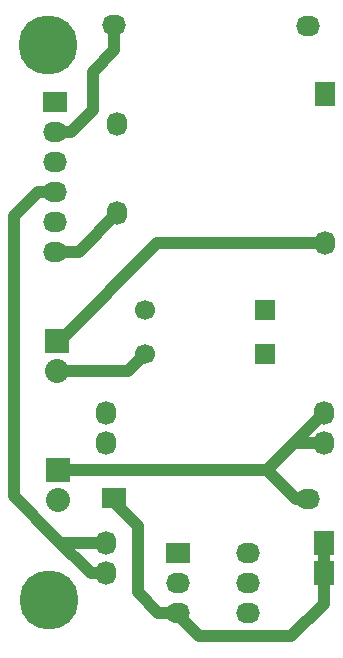
<source format=gbr>
G04 #@! TF.FileFunction,Copper,L1,Top,Signal*
%FSLAX46Y46*%
G04 Gerber Fmt 4.6, Leading zero omitted, Abs format (unit mm)*
G04 Created by KiCad (PCBNEW 4.0.2-stable) date 11.07.2016 23:58:06*
%MOMM*%
G01*
G04 APERTURE LIST*
%ADD10C,0.100000*%
%ADD11C,5.000000*%
%ADD12C,1.699260*%
%ADD13R,1.699260X1.699260*%
%ADD14O,2.032000X1.727200*%
%ADD15R,2.032000X1.727200*%
%ADD16O,1.727200X2.032000*%
%ADD17R,1.727200X2.032000*%
%ADD18R,2.032000X2.032000*%
%ADD19O,2.032000X2.032000*%
%ADD20C,1.000000*%
G04 APERTURE END LIST*
D10*
D11*
X130479800Y-128422400D03*
D12*
X138632680Y-103837740D03*
D13*
X148792680Y-103837740D03*
D12*
X138658080Y-107571540D03*
D13*
X148818080Y-107571540D03*
D14*
X152421200Y-79855600D03*
X136021200Y-79755600D03*
X152421200Y-119855600D03*
D15*
X136021200Y-119815600D03*
D16*
X135337600Y-126159400D03*
X135337600Y-123559400D03*
X135337600Y-112559400D03*
X135337600Y-115159400D03*
X153837600Y-115159400D03*
D17*
X153797600Y-126159400D03*
D16*
X153837600Y-112559400D03*
D17*
X153797600Y-123559400D03*
D16*
X136291600Y-88071800D03*
X136291600Y-95671800D03*
X153891600Y-98171800D03*
D17*
X153851600Y-85571800D03*
D18*
X131267200Y-117424200D03*
D19*
X131267200Y-119964200D03*
D15*
X131038600Y-86233000D03*
D14*
X131038600Y-88773000D03*
X131038600Y-91313000D03*
X131038600Y-93853000D03*
X131038600Y-96393000D03*
X131038600Y-98933000D03*
D18*
X131191000Y-106451400D03*
D19*
X131191000Y-108991400D03*
D14*
X141449800Y-129490800D03*
X141449800Y-126950800D03*
D15*
X141449800Y-124410800D03*
D14*
X147349800Y-124410800D03*
X147349800Y-126950800D03*
X147349800Y-129490800D03*
D11*
X130454400Y-81432400D03*
D20*
X131191000Y-108991400D02*
X137238220Y-108991400D01*
X137238220Y-108991400D02*
X138658080Y-107571540D01*
X131038600Y-88773000D02*
X132359400Y-88773000D01*
X136021200Y-81885400D02*
X136021200Y-79755600D01*
X134213600Y-83693000D02*
X136021200Y-81885400D01*
X134213600Y-86918800D02*
X134213600Y-83693000D01*
X132359400Y-88773000D02*
X134213600Y-86918800D01*
X136021200Y-119815600D02*
X136021200Y-120120800D01*
X136021200Y-120120800D02*
X138023600Y-122123200D01*
X138023600Y-122123200D02*
X138023600Y-127736600D01*
X138023600Y-127736600D02*
X139777800Y-129490800D01*
X139777800Y-129490800D02*
X141449800Y-129490800D01*
X153797600Y-126159400D02*
X153797600Y-123559400D01*
X141449800Y-129490800D02*
X141449800Y-129689600D01*
X141449800Y-129689600D02*
X143256000Y-131495800D01*
X143256000Y-131495800D02*
X151028400Y-131495800D01*
X151028400Y-131495800D02*
X153797600Y-128726600D01*
X153797600Y-128726600D02*
X153797600Y-126159400D01*
X135337600Y-123559400D02*
X131433400Y-123559400D01*
X131064000Y-123190000D02*
X131064000Y-123139200D01*
X131433400Y-123559400D02*
X131064000Y-123190000D01*
X135337600Y-126159400D02*
X134084200Y-126159400D01*
X129616200Y-93853000D02*
X131038600Y-93853000D01*
X127558800Y-95910400D02*
X129616200Y-93853000D01*
X127558800Y-119634000D02*
X127558800Y-95910400D01*
X134084200Y-126159400D02*
X131064000Y-123139200D01*
X131064000Y-123139200D02*
X127558800Y-119634000D01*
X131038600Y-98933000D02*
X133030400Y-98933000D01*
X133030400Y-98933000D02*
X136291600Y-95671800D01*
X152421200Y-119855600D02*
X151404200Y-119855600D01*
X151404200Y-119855600D02*
X148972800Y-117424200D01*
X153837600Y-115159400D02*
X151237600Y-115159400D01*
X151180800Y-115163600D02*
X151180800Y-115216200D01*
X151233400Y-115163600D02*
X151180800Y-115163600D01*
X151237600Y-115159400D02*
X151233400Y-115163600D01*
X131267200Y-117424200D02*
X148972800Y-117424200D01*
X148972800Y-117424200D02*
X151180800Y-115216200D01*
X151180800Y-115216200D02*
X153837600Y-112559400D01*
X131191000Y-106451400D02*
X131419600Y-106451400D01*
X131419600Y-106451400D02*
X139699200Y-98171800D01*
X139699200Y-98171800D02*
X153891600Y-98171800D01*
M02*

</source>
